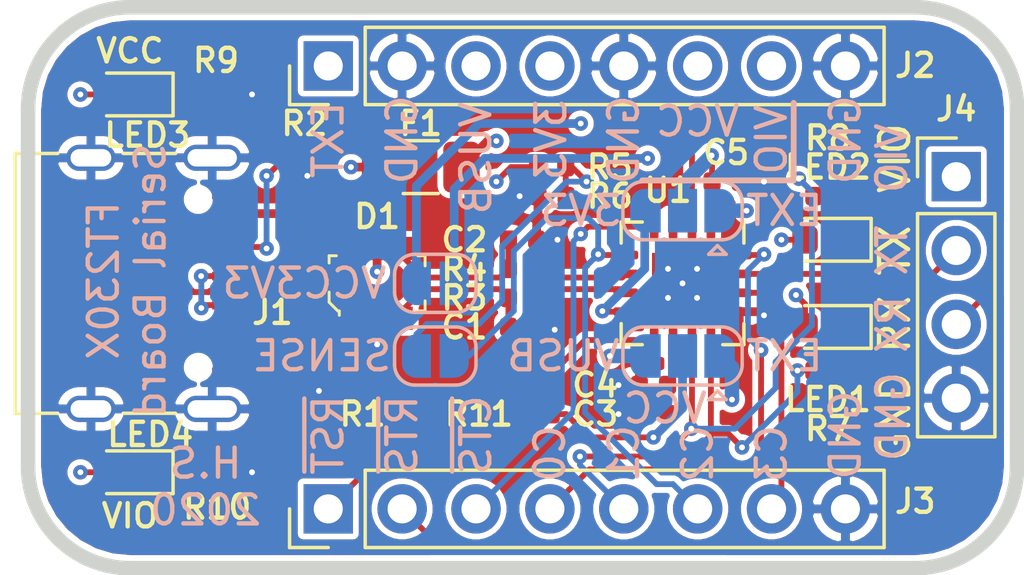
<source format=kicad_pcb>
(kicad_pcb (version 20171130) (host pcbnew "(5.1.6-0-10_14)")
  (layers (0 F.Cu signal) (1 In1.Cu signal) (2 In2.Cu signal) (31 B.Cu signal) (34 B.Paste user) (35 F.Paste user) (36 B.SilkS user) (37 F.SilkS user) (38 B.Mask user) (39 F.Mask user) (44 Edge.Cuts user))
  (net 0 "")
  (net 1 GND)
  (net 2 /UART_~RTS)
  (net 3 /UART_~CTS)
  (net 4 /USBDR_N)
  (net 5 /USBDR_P)
  (net 6 /UART_TX)
  (net 7 /UART_RX)
  (net 8 /USB_D_P)
  (net 9 /USB_D_RAW_P)
  (net 10 /USB_D_RAW_N)
  (net 11 /USB_D_N)
  (net 12 /CC2)
  (net 13 /CC1)
  (net 14 /CBUS2)
  (net 15 /CBUS1)
  (net 16 /CBUS0)
  (net 17 /CBUS3)
  (net 18 /PPIO)
  (net 19 /PPVCC)
  (net 20 /PP3V3OUT)
  (net 21 /PPEXT)
  (net 22 /RESET_N)
  (net 23 "Net-(LED1-Pad1)")
  (net 24 "Net-(LED2-Pad1)")
  (net 25 /PP_VUSB_RAW)
  (net 26 /PP_VUSB)
  (net 27 /VUSB_SENSE)
  (net 28 "Net-(LED3-Pad1)")
  (net 29 "Net-(LED4-Pad1)")
  (module Resistor_SMD:R_0402_1005Metric (layer F.Cu) (at 154.5 108.5 180)
    (fp_text reference R11 (at 2 0) (layer F.SilkS) (effects (font (size 0.8 0.8))))
    (fp_text value nc)
    (pad 2 smd roundrect (at 0.485 0 180) (size 0.59 0.64) (layers F.Cu F.Paste F.Mask) (net 22 /RESET_N))
    (pad 1 smd roundrect (at -0.485 0 180) (size 0.59 0.64) (layers F.Cu F.Paste F.Mask) (net 19 /PPVCC))
  )
  (module Resistor_SMD:R_0402_1005Metric (layer F.Cu) (at 143.5 110.5)
    (fp_text reference R10 (at 0 1.2) (layer F.SilkS) (effects (font (size 0.8 0.8))))
    (fp_text value 270)
    (pad 2 smd roundrect (at 0.485 0) (size 0.59 0.64) (layers F.Cu F.Paste F.Mask) (net 1 GND))
    (pad 1 smd roundrect (at -0.485 0) (size 0.59 0.64) (layers F.Cu F.Paste F.Mask) (net 29 "Net-(LED4-Pad1)"))
  )
  (module LED_SMD:LED_0603_1608Metric (layer F.Cu) (at 140.5 110.5 180)
    (fp_text reference LED4 (at -0.7 1.3 180) (layer F.SilkS) (effects (font (size 0.8 0.8))))
    (fp_text value Green)
    (pad 2 smd roundrect (at 0.7875 0 180) (size 0.875 0.95) (layers F.Cu F.Paste F.Mask) (net 18 /PPIO))
    (pad 1 smd roundrect (at -0.7875 0 180) (size 0.875 0.95) (layers F.Cu F.Paste F.Mask) (net 29 "Net-(LED4-Pad1)"))
  )
  (module Resistor_SMD:R_0402_1005Metric (layer F.Cu) (at 143.46 97.5)
    (fp_text reference R9 (at 0 -1.17) (layer F.SilkS) (effects (font (size 0.8 0.8))))
    (fp_text value 270)
    (pad 2 smd roundrect (at 0.485 0) (size 0.59 0.64) (layers F.Cu F.Paste F.Mask) (net 1 GND))
    (pad 1 smd roundrect (at -0.485 0) (size 0.59 0.64) (layers F.Cu F.Paste F.Mask) (net 28 "Net-(LED3-Pad1)"))
  )
  (module LED_SMD:LED_0603_1608Metric (layer F.Cu) (at 140.5 97.5 180)
    (fp_text reference LED3 (at -0.6 -1.4) (layer F.SilkS) (effects (font (size 0.8 0.8))))
    (fp_text value Green)
    (pad 2 smd roundrect (at 0.7875 0 180) (size 0.875 0.95) (layers F.Cu F.Paste F.Mask) (net 19 /PPVCC))
    (pad 1 smd roundrect (at -0.7875 0 180) (size 0.875 0.95) (layers F.Cu F.Paste F.Mask) (net 28 "Net-(LED3-Pad1)"))
  )
  (module Jumper:SolderJumper-2_P1.3mm_Open_RoundedPad1.0x1.5mm (layer B.Cu) (at 151 104 180)
    (fp_text reference JP4 hide)
    (fp_text value Jumper_2_Open)
    (pad 2 smd custom (at 0.65 0 180) (size 1 0.5) (layers B.Cu B.Mask) (net 20 /PP3V3OUT) (options (clearance outline) (anchor rect)) (primitives (gr_circle (center 0 -0.25) (end 0.5 -0.25) (width 0)) (gr_circle (center 0 0.25) (end 0.5 0.25) (width 0)) (gr_poly (pts (xy 0 0.75) (xy -0.5 0.75) (xy -0.5 -0.75) (xy 0 -0.75)) (width 0))))
    (pad 1 smd custom (at -0.65 0 180) (size 1 0.5) (layers B.Cu B.Mask) (net 19 /PPVCC) (options (clearance outline) (anchor rect)) (primitives (gr_circle (center 0 -0.25) (end 0.5 -0.25) (width 0)) (gr_circle (center 0 0.25) (end 0.5 0.25) (width 0)) (gr_poly (pts (xy 0 0.75) (xy 0.5 0.75) (xy 0.5 -0.75) (xy 0 -0.75)) (width 0))))
  )
  (module Fuse:Fuse_1206_3216Metric (layer F.Cu) (at 150.5 100 180)
    (fp_text reference F1 (at 0 1.5) (layer F.SilkS) (effects (font (size 0.8 0.8))))
    (fp_text value 0ZCJ0100FF2E)
    (pad 2 smd roundrect (at 1.4 0 180) (size 1.25 1.75) (layers F.Cu F.Paste F.Mask) (roundrect_rratio 0.2) (net 25 /PP_VUSB_RAW))
    (pad 1 smd roundrect (at -1.4 0 180) (size 1.25 1.75) (layers F.Cu F.Paste F.Mask) (roundrect_rratio 0.2) (net 26 /PP_VUSB))
  )
  (module Jumper:SolderJumper-3_P1.3mm_Open_RoundedPad1.0x1.5mm (layer B.Cu) (at 159.5 101.5 180)
    (fp_text reference JP3 hide)
    (fp_text value Jumper_3_Open)
    (pad 2 smd rect (at 0 0 180) (size 1 1.5) (layers B.Cu B.Mask) (net 18 /PPIO))
    (pad 3 smd custom (at 1.3 0 180) (size 1 0.5) (layers B.Cu B.Mask) (net 20 /PP3V3OUT) (options (clearance outline) (anchor rect)) (primitives (gr_circle (center 0 -0.25) (end 0.5 -0.25) (width 0)) (gr_circle (center 0 0.25) (end 0.5 0.25) (width 0)) (gr_poly (pts (xy -0.55 0.75) (xy 0 0.75) (xy 0 -0.75) (xy -0.55 -0.75)) (width 0))))
    (pad 1 smd custom (at -1.3 0 180) (size 1 0.5) (layers B.Cu B.Mask) (net 21 /PPEXT) (options (clearance outline) (anchor rect)) (primitives (gr_circle (center 0 -0.25) (end 0.5 -0.25) (width 0)) (gr_circle (center 0 0.25) (end 0.5 0.25) (width 0)) (gr_poly (pts (xy 0.55 0.75) (xy 0 0.75) (xy 0 -0.75) (xy 0.55 -0.75)) (width 0))))
  )
  (module Capacitor_SMD:C_0402_1005Metric (layer F.Cu) (at 158.5 107.5)
    (fp_text reference C4 (at -2 0) (layer F.SilkS) (effects (font (size 0.8 0.8))))
    (fp_text value 100n)
    (pad 2 smd roundrect (at 0.485 0) (size 0.59 0.64) (layers F.Cu F.Paste F.Mask) (net 19 /PPVCC))
    (pad 1 smd roundrect (at -0.485 0) (size 0.59 0.64) (layers F.Cu F.Paste F.Mask) (net 1 GND))
  )
  (module Capacitor_SMD:C_0402_1005Metric (layer F.Cu) (at 154 105.5 180)
    (fp_text reference C1 (at 2 0) (layer F.SilkS) (effects (font (size 0.8 0.8))))
    (fp_text value 47pF)
    (pad 2 smd roundrect (at 0.485 0 180) (size 0.59 0.64) (layers F.Cu F.Paste F.Mask) (net 11 /USB_D_N))
    (pad 1 smd roundrect (at -0.485 0 180) (size 0.59 0.64) (layers F.Cu F.Paste F.Mask) (net 1 GND))
  )
  (module Capacitor_SMD:C_0402_1005Metric (layer F.Cu) (at 158.5 108.5 180)
    (fp_text reference C3 (at 2 0) (layer F.SilkS) (effects (font (size 0.8 0.8))))
    (fp_text value 4u7)
    (pad 2 smd roundrect (at 0.485 0 180) (size 0.59 0.64) (layers F.Cu F.Paste F.Mask) (net 1 GND))
    (pad 1 smd roundrect (at -0.485 0 180) (size 0.59 0.64) (layers F.Cu F.Paste F.Mask) (net 19 /PPVCC))
  )
  (module Capacitor_SMD:C_0402_1005Metric (layer F.Cu) (at 154 102.5 180)
    (fp_text reference C2 (at 2 0) (layer F.SilkS) (effects (font (size 0.8 0.8))))
    (fp_text value 47pF)
    (pad 2 smd roundrect (at 0.485 0 180) (size 0.59 0.64) (layers F.Cu F.Paste F.Mask) (net 8 /USB_D_P))
    (pad 1 smd roundrect (at -0.485 0 180) (size 0.59 0.64) (layers F.Cu F.Paste F.Mask) (net 1 GND))
  )
  (module LED_SMD:LED_0603_1608Metric (layer F.Cu) (at 164.5 105.5 180)
    (fp_text reference LED1 (at 0 -2.5 180) (layer F.SilkS) (effects (font (size 0.8 0.8))))
    (fp_text value Red)
    (pad 2 smd roundrect (at 0.7875 0 180) (size 0.875 0.95) (layers F.Cu F.Paste F.Mask) (net 18 /PPIO))
    (pad 1 smd roundrect (at -0.7875 0 180) (size 0.875 0.95) (layers F.Cu F.Paste F.Mask) (net 23 "Net-(LED1-Pad1)"))
  )
  (module LED_SMD:LED_0603_1608Metric (layer F.Cu) (at 164.5 102.5 180)
    (fp_text reference LED2 (at 0 2.5 180) (layer F.SilkS) (effects (font (size 0.8 0.8))))
    (fp_text value Green)
    (pad 2 smd roundrect (at 0.7875 0 180) (size 0.875 0.95) (layers F.Cu F.Paste F.Mask) (net 18 /PPIO))
    (pad 1 smd roundrect (at -0.7875 0 180) (size 0.875 0.95) (layers F.Cu F.Paste F.Mask) (net 24 "Net-(LED2-Pad1)"))
  )
  (module Resistor_SMD:R_0402_1005Metric (layer F.Cu) (at 164.5 107 180)
    (fp_text reference R7 (at 0 -2) (layer F.SilkS) (effects (font (size 0.8 0.8))))
    (fp_text value 270)
    (pad 2 smd roundrect (at 0.485 0 180) (size 0.59 0.64) (layers F.Cu F.Paste F.Mask) (net 16 /CBUS0))
    (pad 1 smd roundrect (at -0.485 0 180) (size 0.59 0.64) (layers F.Cu F.Paste F.Mask) (net 23 "Net-(LED1-Pad1)"))
  )
  (module Resistor_SMD:R_0402_1005Metric (layer F.Cu) (at 164.5 101 180)
    (fp_text reference R8 (at 0 2) (layer F.SilkS) (effects (font (size 0.8 0.8))))
    (fp_text value 270)
    (pad 2 smd roundrect (at 0.485 0 180) (size 0.59 0.64) (layers F.Cu F.Paste F.Mask) (net 15 /CBUS1))
    (pad 1 smd roundrect (at -0.485 0 180) (size 0.59 0.64) (layers F.Cu F.Paste F.Mask) (net 24 "Net-(LED2-Pad1)"))
  )
  (module Resistor_SMD:R_0402_1005Metric (layer F.Cu) (at 155 100)
    (fp_text reference R5 (at 2 0) (layer F.SilkS) (effects (font (size 0.8 0.8))))
    (fp_text value 4k7)
    (pad 2 smd roundrect (at 0.485 0) (size 0.59 0.64) (layers F.Cu F.Paste F.Mask) (net 27 /VUSB_SENSE))
    (pad 1 smd roundrect (at -0.485 0) (size 0.59 0.64) (layers F.Cu F.Paste F.Mask) (net 26 /PP_VUSB))
  )
  (module Resistor_SMD:R_0402_1005Metric (layer F.Cu) (at 155.015 101 180)
    (fp_text reference R6 (at -1.985 0) (layer F.SilkS) (effects (font (size 0.8 0.8))))
    (fp_text value 10k)
    (pad 2 smd roundrect (at 0.485 0 180) (size 0.59 0.64) (layers F.Cu F.Paste F.Mask) (net 1 GND))
    (pad 1 smd roundrect (at -0.485 0 180) (size 0.59 0.64) (layers F.Cu F.Paste F.Mask) (net 27 /VUSB_SENSE))
  )
  (module Resistor_SMD:R_0402_1005Metric (layer F.Cu) (at 154 104.5)
    (fp_text reference R3 (at -2 0) (layer F.SilkS) (effects (font (size 0.8 0.8))))
    (fp_text value 27)
    (pad 2 smd roundrect (at 0.485 0) (size 0.59 0.64) (layers F.Cu F.Paste F.Mask) (net 4 /USBDR_N))
    (pad 1 smd roundrect (at -0.485 0) (size 0.59 0.64) (layers F.Cu F.Paste F.Mask) (net 11 /USB_D_N))
  )
  (module Resistor_SMD:R_0402_1005Metric (layer F.Cu) (at 154 103.5)
    (fp_text reference R4 (at -2 0) (layer F.SilkS) (effects (font (size 0.8 0.8))))
    (fp_text value 27)
    (pad 2 smd roundrect (at 0.485 0) (size 0.59 0.64) (layers F.Cu F.Paste F.Mask) (net 5 /USBDR_P))
    (pad 1 smd roundrect (at -0.485 0) (size 0.59 0.64) (layers F.Cu F.Paste F.Mask) (net 8 /USB_D_P))
  )
  (module Jumper:SolderJumper-2_P1.3mm_Open_RoundedPad1.0x1.5mm (layer B.Cu) (at 151 106.5)
    (fp_text reference JP2 hide)
    (fp_text value Jumper_2_Open)
    (pad 2 smd custom (at 0.65 0) (size 1 0.5) (layers B.Cu B.Mask) (net 14 /CBUS2) (options (clearance outline) (anchor rect)) (primitives (gr_circle (center 0 -0.25) (end 0.5 -0.25) (width 0)) (gr_circle (center 0 0.25) (end 0.5 0.25) (width 0)) (gr_poly (pts (xy 0 0.75) (xy -0.5 0.75) (xy -0.5 -0.75) (xy 0 -0.75)) (width 0))))
    (pad 1 smd custom (at -0.65 0) (size 1 0.5) (layers B.Cu B.Mask) (net 27 /VUSB_SENSE) (options (clearance outline) (anchor rect)) (primitives (gr_circle (center 0 -0.25) (end 0.5 -0.25) (width 0)) (gr_circle (center 0 0.25) (end 0.5 0.25) (width 0)) (gr_poly (pts (xy 0 0.75) (xy 0.5 0.75) (xy 0.5 -0.75) (xy 0 -0.75)) (width 0))))
  )
  (module Jumper:SolderJumper-3_P1.3mm_Open_RoundedPad1.0x1.5mm (layer B.Cu) (at 159.5 106.5 180)
    (fp_text reference JP1 hide)
    (fp_text value Jumper_3_Open)
    (pad 2 smd rect (at 0 0 180) (size 1 1.5) (layers B.Cu B.Mask) (net 19 /PPVCC))
    (pad 3 smd custom (at 1.3 0 180) (size 1 0.5) (layers B.Cu B.Mask) (net 26 /PP_VUSB) (options (clearance outline) (anchor rect)) (primitives (gr_circle (center 0 -0.25) (end 0.5 -0.25) (width 0)) (gr_circle (center 0 0.25) (end 0.5 0.25) (width 0)) (gr_poly (pts (xy -0.55 0.75) (xy 0 0.75) (xy 0 -0.75) (xy -0.55 -0.75)) (width 0))))
    (pad 1 smd custom (at -1.3 0 180) (size 1 0.5) (layers B.Cu B.Mask) (net 21 /PPEXT) (options (clearance outline) (anchor rect)) (primitives (gr_circle (center 0 -0.25) (end 0.5 -0.25) (width 0)) (gr_circle (center 0 0.25) (end 0.5 0.25) (width 0)) (gr_poly (pts (xy 0.55 0.75) (xy 0 0.75) (xy 0 -0.75) (xy 0.55 -0.75)) (width 0))))
  )
  (module Capacitor_SMD:C_0402_1005Metric (layer F.Cu) (at 161 100.5 180)
    (fp_text reference C5 (at 0 1) (layer F.SilkS) (effects (font (size 0.8 0.8))))
    (fp_text value 100n)
    (pad 2 smd roundrect (at 0.485 0 180) (size 0.59 0.64) (layers F.Cu F.Paste F.Mask) (net 18 /PPIO))
    (pad 1 smd roundrect (at -0.485 0 180) (size 0.59 0.64) (layers F.Cu F.Paste F.Mask) (net 1 GND))
  )
  (module Resistor_SMD:R_0402_1005Metric (layer F.Cu) (at 146.5 108.5)
    (fp_text reference R1 (at 2 0) (layer F.SilkS) (effects (font (size 0.8 0.8))))
    (fp_text value 5k1)
    (pad 2 smd roundrect (at 0.485 0) (size 0.59 0.64) (layers F.Cu F.Paste F.Mask) (net 1 GND))
    (pad 1 smd roundrect (at -0.485 0) (size 0.59 0.64) (layers F.Cu F.Paste F.Mask) (net 12 /CC2))
  )
  (module Resistor_SMD:R_0402_1005Metric (layer F.Cu) (at 146.5 99.5)
    (fp_text reference R2 (at 0 -1) (layer F.SilkS) (effects (font (size 0.8 0.8))))
    (fp_text value 5k1)
    (pad 2 smd roundrect (at 0.485 0) (size 0.59 0.64) (layers F.Cu F.Paste F.Mask) (net 1 GND))
    (pad 1 smd roundrect (at -0.485 0) (size 0.59 0.64) (layers F.Cu F.Paste F.Mask) (net 13 /CC1))
  )
  (module Connector_PinHeader_2.54mm:PinHeader_1x08_P2.54mm_Vertical (layer F.Cu) (at 147.32 111.76 90)
    (fp_text reference J3 (at 0.26 20.18 180) (layer F.SilkS) (effects (font (size 0.8 0.8))))
    (fp_text value Conn_01x08_Male)
    (pad 8 thru_hole oval (at 0 17.78 90) (size 1.7 1.7) (drill 1) (layers *.Cu *.Mask) (net 1 GND))
    (pad 7 thru_hole oval (at 0 15.24 90) (size 1.7 1.7) (drill 1) (layers *.Cu *.Mask) (net 17 /CBUS3))
    (pad 6 thru_hole oval (at 0 12.7 90) (size 1.7 1.7) (drill 1) (layers *.Cu *.Mask) (net 14 /CBUS2))
    (pad 5 thru_hole oval (at 0 10.16 90) (size 1.7 1.7) (drill 1) (layers *.Cu *.Mask) (net 15 /CBUS1))
    (pad 4 thru_hole oval (at 0 7.62 90) (size 1.7 1.7) (drill 1) (layers *.Cu *.Mask) (net 16 /CBUS0))
    (pad 3 thru_hole oval (at 0 5.08 90) (size 1.7 1.7) (drill 1) (layers *.Cu *.Mask) (net 3 /UART_~CTS))
    (pad 2 thru_hole oval (at 0 2.54 90) (size 1.7 1.7) (drill 1) (layers *.Cu *.Mask) (net 2 /UART_~RTS))
    (pad 1 thru_hole rect (at 0 0 90) (size 1.7 1.7) (drill 1) (layers *.Cu *.Mask) (net 22 /RESET_N))
  )
  (module Connector_PinHeader_2.54mm:PinHeader_1x08_P2.54mm_Vertical (layer F.Cu) (at 147.32 96.52 90)
    (fp_text reference J2 (at 0.02 20.18 180) (layer F.SilkS) (effects (font (size 0.8 0.8))))
    (fp_text value Conn_01x08_Male)
    (pad 8 thru_hole oval (at 0 17.78 90) (size 1.7 1.7) (drill 1) (layers *.Cu *.Mask) (net 1 GND))
    (pad 7 thru_hole oval (at 0 15.24 90) (size 1.7 1.7) (drill 1) (layers *.Cu *.Mask) (net 18 /PPIO))
    (pad 6 thru_hole oval (at 0 12.7 90) (size 1.7 1.7) (drill 1) (layers *.Cu *.Mask) (net 19 /PPVCC))
    (pad 5 thru_hole oval (at 0 10.16 90) (size 1.7 1.7) (drill 1) (layers *.Cu *.Mask) (net 1 GND))
    (pad 4 thru_hole oval (at 0 7.62 90) (size 1.7 1.7) (drill 1) (layers *.Cu *.Mask) (net 20 /PP3V3OUT))
    (pad 3 thru_hole oval (at 0 5.08 90) (size 1.7 1.7) (drill 1) (layers *.Cu *.Mask) (net 26 /PP_VUSB))
    (pad 2 thru_hole oval (at 0 2.54 90) (size 1.7 1.7) (drill 1) (layers *.Cu *.Mask) (net 1 GND))
    (pad 1 thru_hole rect (at 0 0 90) (size 1.7 1.7) (drill 1) (layers *.Cu *.Mask) (net 21 /PPEXT))
  )
  (module Connector_PinHeader_2.54mm:PinHeader_1x04_P2.54mm_Vertical (layer F.Cu) (at 168.91 100.33)
    (fp_text reference J4 (at 0 -2.33) (layer F.SilkS) (effects (font (size 0.8 0.8))))
    (fp_text value Conn_01x04_Male)
    (pad 4 thru_hole oval (at 0 7.62) (size 1.7 1.7) (drill 1) (layers *.Cu *.Mask) (net 1 GND))
    (pad 3 thru_hole oval (at 0 5.08) (size 1.7 1.7) (drill 1) (layers *.Cu *.Mask) (net 7 /UART_RX))
    (pad 2 thru_hole oval (at 0 2.54) (size 1.7 1.7) (drill 1) (layers *.Cu *.Mask) (net 6 /UART_TX))
    (pad 1 thru_hole rect (at 0 0) (size 1.7 1.7) (drill 1) (layers *.Cu *.Mask) (net 18 /PPIO))
  )
  (module Package_DFN_QFN:QFN-16-1EP_4x4mm_P0.65mm_EP2.1x2.1mm (layer F.Cu) (at 159.5 104 270)
    (fp_text reference U1 (at -3.2 0.5 180) (layer F.SilkS) (effects (font (size 0.8 0.8))))
    (fp_text value FT230XQ)
    (pad 17 smd rect (at 0 0 270) (size 2.1 2.1) (layers F.Cu F.Mask) (net 1 GND))
    (pad 16 smd roundrect (at -0.975 -1.95 270) (size 0.3 0.85) (layers F.Cu F.Paste F.Mask) (net 2 /UART_~RTS))
    (pad 15 smd roundrect (at -0.325 -1.95 270) (size 0.3 0.85) (layers F.Cu F.Paste F.Mask) (net 6 /UART_TX))
    (pad 14 smd roundrect (at 0.325 -1.95 270) (size 0.3 0.85) (layers F.Cu F.Paste F.Mask) (net 17 /CBUS3))
    (pad 13 smd roundrect (at 0.975 -1.95 270) (size 0.3 0.85) (layers F.Cu F.Paste F.Mask) (net 1 GND))
    (pad 12 smd roundrect (at 1.95 -0.975 270) (size 0.85 0.3) (layers F.Cu F.Paste F.Mask) (net 16 /CBUS0))
    (pad 11 smd roundrect (at 1.95 -0.325 270) (size 0.85 0.3) (layers F.Cu F.Paste F.Mask) (net 15 /CBUS1))
    (pad 10 smd roundrect (at 1.95 0.325 270) (size 0.85 0.3) (layers F.Cu F.Paste F.Mask) (net 19 /PPVCC))
    (pad 9 smd roundrect (at 1.95 0.975 270) (size 0.85 0.3) (layers F.Cu F.Paste F.Mask) (net 22 /RESET_N))
    (pad 8 smd roundrect (at 0.975 1.95 270) (size 0.3 0.85) (layers F.Cu F.Paste F.Mask) (net 20 /PP3V3OUT))
    (pad 7 smd roundrect (at 0.325 1.95 270) (size 0.3 0.85) (layers F.Cu F.Paste F.Mask) (net 4 /USBDR_N))
    (pad 6 smd roundrect (at -0.325 1.95 270) (size 0.3 0.85) (layers F.Cu F.Paste F.Mask) (net 5 /USBDR_P))
    (pad 5 smd roundrect (at -0.975 1.95 270) (size 0.3 0.85) (layers F.Cu F.Paste F.Mask) (net 14 /CBUS2))
    (pad 4 smd roundrect (at -1.95 0.975 270) (size 0.85 0.3) (layers F.Cu F.Paste F.Mask) (net 3 /UART_~CTS))
    (pad 3 smd roundrect (at -1.95 0.325 270) (size 0.85 0.3) (layers F.Cu F.Paste F.Mask) (net 1 GND))
    (pad 2 smd roundrect (at -1.95 -0.325 270) (size 0.85 0.3) (layers F.Cu F.Paste F.Mask) (net 7 /UART_RX))
    (pad 1 smd roundrect (at -1.95 -0.975 270) (size 0.85 0.3) (layers F.Cu F.Paste F.Mask) (net 18 /PPIO))
  )
  (module Connector_USB:USB_C_Receptacle_Palconn_UTC16-G (layer F.Cu) (at 141.4 104 270)
    (fp_text reference J1 (at 1 -4 180) (layer F.SilkS) (effects (font (size 0.8 0.8))))
    (fp_text value USB_C_Receptacle_USB2.0)
    (pad A12 smd rect (at 3.2 -2.51 270) (size 0.6 1.16) (layers F.Cu F.Paste F.Mask) (net 1 GND))
    (pad A9 smd rect (at 2.4 -2.51 270) (size 0.6 1.16) (layers F.Cu F.Paste F.Mask) (net 25 /PP_VUSB_RAW))
    (pad B1 smd rect (at 3.2 -2.51 270) (size 0.6 1.16) (layers F.Cu F.Paste F.Mask) (net 1 GND))
    (pad B4 smd rect (at 2.4 -2.51 270) (size 0.6 1.16) (layers F.Cu F.Paste F.Mask) (net 25 /PP_VUSB_RAW))
    (pad B12 smd rect (at -3.2 -2.51 270) (size 0.6 1.16) (layers F.Cu F.Paste F.Mask) (net 1 GND))
    (pad A1 smd rect (at -3.2 -2.51 270) (size 0.6 1.16) (layers F.Cu F.Paste F.Mask) (net 1 GND))
    (pad B9 smd rect (at -2.4 -2.51 270) (size 0.6 1.16) (layers F.Cu F.Paste F.Mask) (net 25 /PP_VUSB_RAW))
    (pad A4 smd rect (at -2.4 -2.51 270) (size 0.6 1.16) (layers F.Cu F.Paste F.Mask) (net 25 /PP_VUSB_RAW))
    (pad "" np_thru_hole circle (at -2.89 -1.45 90) (size 0.6 0.6) (drill 0.6) (layers *.Cu *.Mask))
    (pad "" np_thru_hole circle (at 2.89 -1.45 90) (size 0.6 0.6) (drill 0.6) (layers *.Cu *.Mask))
    (pad B5 smd rect (at 1.75 -2.51 90) (size 0.3 1.16) (layers F.Cu F.Paste F.Mask) (net 12 /CC2))
    (pad B6 smd rect (at 0.75 -2.51 90) (size 0.3 1.16) (layers F.Cu F.Paste F.Mask) (net 9 /USB_D_RAW_P))
    (pad A8 smd rect (at 1.25 -2.51 90) (size 0.3 1.16) (layers F.Cu F.Paste F.Mask))
    (pad A5 smd rect (at -1.25 -2.51 90) (size 0.3 1.16) (layers F.Cu F.Paste F.Mask) (net 13 /CC1))
    (pad B8 smd rect (at -1.75 -2.51 90) (size 0.3 1.16) (layers F.Cu F.Paste F.Mask))
    (pad A7 smd rect (at 0.25 -2.51 90) (size 0.3 1.16) (layers F.Cu F.Paste F.Mask) (net 10 /USB_D_RAW_N))
    (pad A6 smd rect (at -0.25 -2.51 90) (size 0.3 1.16) (layers F.Cu F.Paste F.Mask) (net 9 /USB_D_RAW_P))
    (pad B7 smd rect (at -0.75 -2.51 90) (size 0.3 1.16) (layers F.Cu F.Paste F.Mask) (net 10 /USB_D_RAW_N))
    (pad S1 thru_hole oval (at 4.32 2.24) (size 1.7 0.9) (drill oval 1.4 0.6) (layers *.Cu *.Mask) (net 1 GND))
    (pad S1 thru_hole oval (at -4.32 2.24) (size 1.7 0.9) (drill oval 1.4 0.6) (layers *.Cu *.Mask) (net 1 GND))
    (pad S1 thru_hole oval (at 4.32 -1.93) (size 2 0.9) (drill oval 1.7 0.6) (layers *.Cu *.Mask) (net 1 GND))
    (pad S1 thru_hole oval (at -4.32 -1.93) (size 2 0.9) (drill oval 1.7 0.6) (layers *.Cu *.Mask) (net 1 GND))
  )
  (module digikey-footprints:SC-74 (layer F.Cu) (at 149 104 90)
    (fp_text reference D1 (at 2.3 0 180) (layer F.SilkS) (effects (font (size 0.8 0.8))))
    (fp_text value IP4234CZ6)
    (pad 6 smd rect (at 1.2 -0.95 90) (size 0.8 0.55) (layers F.Cu F.Paste F.Mask) (net 9 /USB_D_RAW_P))
    (pad 5 smd rect (at 1.2 0 90) (size 0.8 0.55) (layers F.Cu F.Paste F.Mask) (net 25 /PP_VUSB_RAW))
    (pad 4 smd rect (at 1.2 0.95 90) (size 0.8 0.55) (layers F.Cu F.Paste F.Mask) (net 8 /USB_D_P))
    (pad 3 smd rect (at -1.2 0.95 90) (size 0.8 0.55) (layers F.Cu F.Paste F.Mask) (net 11 /USB_D_N))
    (pad 2 smd rect (at -1.2 0 90) (size 0.8 0.55) (layers F.Cu F.Paste F.Mask) (net 1 GND))
    (pad 1 smd rect (at -1.2 -0.95 90) (size 0.8 0.55) (layers F.Cu F.Paste F.Mask) (net 10 /USB_D_RAW_N))
  )
  (gr_text 3V3 (at 154.98 99.06 90) (layer B.SilkS) (effects (font (size 1 1)) (justify mirror)))
  (gr_text "FT230X\nSerial Board" (at 140.4 103.9 90) (layer B.SilkS) (effects (font (size 1 1)) (justify mirror)))
  (gr_text "H.S\n2020" (at 143.1 111) (layer B.SilkS) (effects (font (size 1 1)) (justify mirror)))
  (gr_text VIO (at 140.5 112) (layer F.SilkS) (effects (font (size 0.8 0.8))))
  (gr_text VCC (at 140.5 96) (layer F.SilkS) (effects (font (size 0.8 0.8))))
  (gr_text VCC3V3 (at 146.5 104) (layer B.SilkS) (effects (font (size 1 1)) (justify mirror)))
  (gr_line (start 163.322 100.457) (end 163.322 97.79) (layer B.SilkS) (width 0.2))
  (gr_line (start 158.115 100.457) (end 163.322 100.457) (layer B.SilkS) (width 0.2))
  (gr_text VCC (at 160.02 98.425) (layer B.SilkS) (effects (font (size 1 1)) (justify mirror)))
  (gr_text VIO (at 162.56 99.06 90) (layer B.SilkS) (effects (font (size 1 1)) (justify mirror)))
  (gr_text VUSB (at 152.4 99.695 90) (layer B.SilkS) (effects (font (size 1 1)) (justify mirror)))
  (gr_text EXT (at 147.32 99.06 90) (layer B.SilkS) (effects (font (size 1 1)) (justify mirror)))
  (gr_text GND (at 149.86 99.06 90) (layer B.SilkS) (effects (font (size 1 1)) (justify mirror)))
  (gr_text GND (at 157.48 99.06 90) (layer B.SilkS) (effects (font (size 1 1)) (justify mirror)))
  (gr_text GND (at 165.1 99.06 90) (layer B.SilkS) (effects (font (size 1 1)) (justify mirror)))
  (gr_text ~RST (at 147.32 109.22 90) (layer B.SilkS) (effects (font (size 1 1)) (justify mirror)))
  (gr_text ~RTS (at 149.86 109.22 90) (layer B.SilkS) (effects (font (size 1 1)) (justify mirror)))
  (gr_text ~CTS (at 152.4 109.22 90) (layer B.SilkS) (effects (font (size 1 1)) (justify mirror)))
  (gr_text C0 (at 154.94 109.855 90) (layer B.SilkS) (effects (font (size 1 1)) (justify mirror)))
  (gr_text C1 (at 157.48 109.855 90) (layer B.SilkS) (effects (font (size 1 1)) (justify mirror)))
  (gr_text C2 (at 160.02 109.855 90) (layer B.SilkS) (effects (font (size 1 1)) (justify mirror)))
  (gr_text C3 (at 162.56 109.855 90) (layer B.SilkS) (effects (font (size 1 1)) (justify mirror)))
  (gr_text GND (at 165.1 109.22 90) (layer B.SilkS) (effects (font (size 1 1)) (justify mirror)))
  (gr_text SENSE (at 147.1 106.5) (layer B.SilkS) (effects (font (size 1 1)) (justify mirror)))
  (gr_text 3V3 (at 156 101.5) (layer B.SilkS) (effects (font (size 1 1)) (justify mirror)))
  (gr_text EXT (at 163 101.5) (layer B.SilkS) (effects (font (size 1 1)) (justify mirror)))
  (gr_text VUSB (at 155.4 106.5) (layer B.SilkS) (effects (font (size 1 1)) (justify mirror)))
  (gr_text EXT (at 163 106.5) (layer B.SilkS) (effects (font (size 1 1)) (justify mirror)))
  (gr_text VCC (at 158.9 108.3) (layer B.SilkS) (effects (font (size 1 1)) (justify mirror)))
  (gr_text RX (at 166.7 105.41 90) (layer B.SilkS) (effects (font (size 1 1)) (justify mirror)))
  (gr_text VIO (at 166.7 99.695 90) (layer B.SilkS) (effects (font (size 1 1)) (justify mirror)))
  (gr_text GND (at 166.7 108.585 90) (layer B.SilkS) (effects (font (size 1 1)) (justify mirror)))
  (gr_text TX (at 166.7 102.87 90) (layer B.SilkS) (effects (font (size 1 1)) (justify mirror)))
  (gr_text GND (at 166.8 108.585 90) (layer F.SilkS) (effects (font (size 1 1))))
  (gr_text VIO (at 166.8 99.695 90) (layer F.SilkS) (effects (font (size 1 1))))
  (gr_text TX (at 166.8 102.87 90) (layer F.SilkS) (effects (font (size 1 1))))
  (gr_text RX (at 166.8 105.41 90) (layer F.SilkS) (effects (font (size 1 1))))
  (gr_arc (start 167.5 98) (end 171 98) (angle -90) (layer Edge.Cuts) (width 0.5))
  (gr_arc (start 140.5 98) (end 140.5 94.5) (angle -90) (layer Edge.Cuts) (width 0.5))
  (gr_arc (start 140.5 110.3) (end 137 110.3) (angle -90) (layer Edge.Cuts) (width 0.5))
  (gr_arc (start 167.5 110.3) (end 167.5 113.8) (angle -90) (layer Edge.Cuts) (width 0.5))
  (gr_line (start 137 98) (end 137 110.3) (layer Edge.Cuts) (width 0.5))
  (gr_line (start 167.5 94.5) (end 140.5 94.5) (layer Edge.Cuts) (width 0.5))
  (gr_line (start 171 110.3) (end 171 98) (layer Edge.Cuts) (width 0.5))
  (gr_line (start 140.5 113.8) (end 167.5 113.8) (layer Edge.Cuts) (width 0.5))
  (via (at 159 104.5) (size 0.5) (drill 0.2) (layers F.Cu B.Cu) (net 1))
  (via (at 160 104.5) (size 0.5) (drill 0.2) (layers F.Cu B.Cu) (net 1))
  (via (at 160 103.5) (size 0.5) (drill 0.2) (layers F.Cu B.Cu) (net 1))
  (via (at 159 103.5) (size 0.5) (drill 0.2) (layers F.Cu B.Cu) (net 1))
  (via (at 159.5 104) (size 0.5) (drill 0.2) (layers F.Cu B.Cu) (net 1))
  (via (at 157.3 107.5) (size 0.5) (drill 0.2) (layers F.Cu B.Cu) (net 1))
  (segment (start 158.015 107.5) (end 157.3 107.5) (width 0.2) (layer F.Cu) (net 1))
  (via (at 157.3 108.5) (size 0.5) (drill 0.2) (layers F.Cu B.Cu) (net 1))
  (segment (start 158.015 108.5) (end 157.3 108.5) (width 0.2) (layer F.Cu) (net 1))
  (via (at 162.3 105.1) (size 0.5) (drill 0.2) (layers F.Cu B.Cu) (net 1))
  (segment (start 162.175 104.975) (end 162.3 105.1) (width 0.2) (layer F.Cu) (net 1))
  (segment (start 161.45 104.975) (end 162.175 104.975) (width 0.2) (layer F.Cu) (net 1))
  (via (at 162.3 100.5) (size 0.5) (drill 0.2) (layers F.Cu B.Cu) (net 1))
  (segment (start 161.485 100.5) (end 162.3 100.5) (width 0.2) (layer F.Cu) (net 1))
  (segment (start 146.985 108.5) (end 146.985 107.715) (width 0.2) (layer F.Cu) (net 1))
  (segment (start 146.985 107.715) (end 147 107.7) (width 0.2) (layer F.Cu) (net 1))
  (via (at 147 107.7) (size 0.5) (drill 0.2) (layers F.Cu B.Cu) (net 1))
  (via (at 149 106.1) (size 0.5) (drill 0.2) (layers F.Cu B.Cu) (net 1))
  (segment (start 149 105.2) (end 149 106.1) (width 0.5) (layer F.Cu) (net 1))
  (via (at 146.6 100.3) (size 0.5) (drill 0.2) (layers F.Cu B.Cu) (net 1))
  (segment (start 146.985 99.5) (end 146.985 99.915) (width 0.2) (layer F.Cu) (net 1))
  (segment (start 146.985 99.915) (end 146.6 100.3) (width 0.2) (layer F.Cu) (net 1))
  (via (at 155.105018 105.594982) (size 0.5) (drill 0.2) (layers F.Cu B.Cu) (net 1))
  (segment (start 154.485 105.5) (end 155.010036 105.5) (width 0.2) (layer F.Cu) (net 1))
  (segment (start 155.010036 105.5) (end 155.105018 105.594982) (width 0.2) (layer F.Cu) (net 1))
  (segment (start 154.485 102.5) (end 155.199989 102.5) (width 0.2) (layer F.Cu) (net 1))
  (via (at 155.199989 102.5) (size 0.5) (drill 0.2) (layers F.Cu B.Cu) (net 1))
  (segment (start 159.175 103.325) (end 159 103.5) (width 0.2) (layer F.Cu) (net 1))
  (segment (start 159.175 102.05) (end 159.175 103.325) (width 0.2) (layer F.Cu) (net 1))
  (segment (start 154.53 101) (end 153.9 101) (width 0.2) (layer F.Cu) (net 1))
  (via (at 153.9 101) (size 0.5) (drill 0.2) (layers F.Cu B.Cu) (net 1))
  (via (at 144.7 97.5) (size 0.5) (drill 0.2) (layers F.Cu B.Cu) (net 1))
  (segment (start 143.945 97.5) (end 144.7 97.5) (width 0.2) (layer F.Cu) (net 1))
  (via (at 144.7 110.5) (size 0.5) (drill 0.2) (layers F.Cu B.Cu) (net 1))
  (segment (start 143.985 110.5) (end 144.7 110.5) (width 0.2) (layer F.Cu) (net 1))
  (via (at 162.3 103) (size 0.5) (drill 0.2) (layers F.Cu B.Cu) (net 2))
  (segment (start 162.275 103.025) (end 162.3 103) (width 0.2) (layer F.Cu) (net 2))
  (segment (start 161.45 103.025) (end 162.275 103.025) (width 0.2) (layer F.Cu) (net 2))
  (via (at 162.2 106.3) (size 0.5) (drill 0.2) (layers F.Cu B.Cu) (net 2))
  (segment (start 162.3 103) (end 161.749999 103.550001) (width 0.2) (layer B.Cu) (net 2))
  (segment (start 161.749999 103.550001) (end 161.749999 105.849999) (width 0.2) (layer B.Cu) (net 2))
  (segment (start 161.749999 105.849999) (end 162.2 106.3) (width 0.2) (layer B.Cu) (net 2))
  (segment (start 162.2 110.1) (end 162.2 106.3) (width 0.2) (layer F.Cu) (net 2))
  (segment (start 149.86 111.76) (end 151.3 113.2) (width 0.2) (layer F.Cu) (net 2))
  (segment (start 161.3 111) (end 162.2 110.1) (width 0.2) (layer F.Cu) (net 2))
  (segment (start 161.3 112.4) (end 161.3 111) (width 0.2) (layer F.Cu) (net 2))
  (segment (start 160.5 113.2) (end 161.3 112.4) (width 0.2) (layer F.Cu) (net 2))
  (segment (start 151.3 113.2) (end 160.5 113.2) (width 0.2) (layer F.Cu) (net 2))
  (via (at 156 102.3) (size 0.5) (drill 0.2) (layers F.Cu B.Cu) (net 3))
  (segment (start 156.25 102.05) (end 156 102.3) (width 0.2) (layer F.Cu) (net 3))
  (segment (start 158.525 102.05) (end 156.25 102.05) (width 0.2) (layer F.Cu) (net 3))
  (segment (start 155.74999 102.55001) (end 155.74999 108.41001) (width 0.2) (layer B.Cu) (net 3))
  (segment (start 156 102.3) (end 155.74999 102.55001) (width 0.2) (layer B.Cu) (net 3))
  (segment (start 155.74999 108.41001) (end 152.4 111.76) (width 0.2) (layer B.Cu) (net 3))
  (segment (start 154.485 104.5) (end 154.785 104.2) (width 0.2) (layer F.Cu) (net 4))
  (segment (start 157.425 104.2) (end 157.55 104.325) (width 0.2) (layer F.Cu) (net 4))
  (segment (start 154.785 104.2) (end 157.425 104.2) (width 0.2) (layer F.Cu) (net 4))
  (segment (start 157.425 103.8) (end 157.55 103.675) (width 0.2) (layer F.Cu) (net 5))
  (segment (start 154.785 103.8) (end 157.425 103.8) (width 0.2) (layer F.Cu) (net 5))
  (segment (start 154.485 103.5) (end 154.785 103.8) (width 0.2) (layer F.Cu) (net 5))
  (segment (start 168.105 103.675) (end 168.91 102.87) (width 0.2) (layer F.Cu) (net 6))
  (segment (start 161.45 103.675) (end 168.105 103.675) (width 0.2) (layer F.Cu) (net 6))
  (segment (start 170.2 102.2) (end 170.2 104.12) (width 0.2) (layer F.Cu) (net 7))
  (segment (start 169.6 101.6) (end 170.2 102.2) (width 0.2) (layer F.Cu) (net 7))
  (segment (start 167.6 101.6) (end 169.6 101.6) (width 0.2) (layer F.Cu) (net 7))
  (segment (start 164.9 98.9) (end 167.6 101.6) (width 0.2) (layer F.Cu) (net 7))
  (segment (start 160.4 98.9) (end 164.9 98.9) (width 0.2) (layer F.Cu) (net 7))
  (segment (start 159.825 99.475) (end 160.4 98.9) (width 0.2) (layer F.Cu) (net 7))
  (segment (start 170.2 104.12) (end 168.91 105.41) (width 0.2) (layer F.Cu) (net 7))
  (segment (start 159.825 102.05) (end 159.825 99.475) (width 0.2) (layer F.Cu) (net 7))
  (segment (start 153.515 102.5) (end 153.515 103.5) (width 0.2) (layer F.Cu) (net 8))
  (segment (start 153.215 103.8) (end 153.515 103.5) (width 0.2) (layer F.Cu) (net 8))
  (segment (start 150.6 103.8) (end 153.215 103.8) (width 0.2) (layer F.Cu) (net 8))
  (segment (start 149.95 103.15) (end 150.6 103.8) (width 0.2) (layer F.Cu) (net 8))
  (segment (start 149.95 102.8) (end 149.95 103.15) (width 0.2) (layer F.Cu) (net 8))
  (via (at 142.950003 103.749997) (size 0.5) (drill 0.2) (layers F.Cu B.Cu) (net 9))
  (segment (start 143.91 103.75) (end 142.950006 103.75) (width 0.2) (layer F.Cu) (net 9))
  (segment (start 142.950006 103.75) (end 142.950003 103.749997) (width 0.2) (layer F.Cu) (net 9))
  (via (at 142.955835 104.849998) (size 0.5) (drill 0.2) (layers F.Cu B.Cu) (net 9))
  (segment (start 143.055833 104.75) (end 142.955835 104.849998) (width 0.2) (layer F.Cu) (net 9))
  (segment (start 143.91 104.75) (end 143.055833 104.75) (width 0.2) (layer F.Cu) (net 9))
  (segment (start 142.955835 103.755829) (end 142.950003 103.749997) (width 0.2) (layer B.Cu) (net 9))
  (segment (start 142.955835 104.849998) (end 142.955835 103.755829) (width 0.2) (layer B.Cu) (net 9))
  (segment (start 147.5 103.8) (end 148.05 103.25) (width 0.2) (layer F.Cu) (net 9))
  (segment (start 148.05 103.25) (end 148.05 102.8) (width 0.2) (layer F.Cu) (net 9))
  (segment (start 143.96 103.8) (end 147.5 103.8) (width 0.2) (layer F.Cu) (net 9))
  (segment (start 143.91 103.75) (end 143.96 103.8) (width 0.2) (layer F.Cu) (net 9))
  (segment (start 143.860001 103.200001) (end 143.91 103.25) (width 0.2) (layer F.Cu) (net 10))
  (segment (start 143.089994 103.199996) (end 143.089999 103.200001) (width 0.2) (layer F.Cu) (net 10))
  (segment (start 142.686002 103.199996) (end 143.089994 103.199996) (width 0.2) (layer F.Cu) (net 10))
  (segment (start 142.400002 103.485996) (end 142.686002 103.199996) (width 0.2) (layer F.Cu) (net 10))
  (segment (start 142.400002 104.013998) (end 142.400002 103.485996) (width 0.2) (layer F.Cu) (net 10))
  (segment (start 142.686002 104.299998) (end 142.400002 104.013998) (width 0.2) (layer F.Cu) (net 10))
  (segment (start 143.264002 104.25) (end 143.214004 104.299998) (width 0.2) (layer F.Cu) (net 10))
  (segment (start 143.089999 103.200001) (end 143.860001 103.200001) (width 0.2) (layer F.Cu) (net 10))
  (segment (start 143.214004 104.299998) (end 142.686002 104.299998) (width 0.2) (layer F.Cu) (net 10))
  (segment (start 143.91 104.25) (end 143.264002 104.25) (width 0.2) (layer F.Cu) (net 10))
  (segment (start 148.05 104.75) (end 148.05 105.2) (width 0.2) (layer F.Cu) (net 10))
  (segment (start 147.5 104.2) (end 148.05 104.75) (width 0.2) (layer F.Cu) (net 10))
  (segment (start 143.96 104.2) (end 147.5 104.2) (width 0.2) (layer F.Cu) (net 10))
  (segment (start 143.91 104.25) (end 143.96 104.2) (width 0.2) (layer F.Cu) (net 10))
  (segment (start 153.515 104.5) (end 153.515 105.5) (width 0.2) (layer F.Cu) (net 11))
  (segment (start 153.215 104.2) (end 153.515 104.5) (width 0.2) (layer F.Cu) (net 11))
  (segment (start 149.95 104.85) (end 150.6 104.2) (width 0.2) (layer F.Cu) (net 11))
  (segment (start 150.6 104.2) (end 153.215 104.2) (width 0.2) (layer F.Cu) (net 11))
  (segment (start 149.95 105.2) (end 149.95 104.85) (width 0.2) (layer F.Cu) (net 11))
  (segment (start 143.91 105.75) (end 144.95 105.75) (width 0.2) (layer F.Cu) (net 12))
  (segment (start 146.015 106.815) (end 146.015 108.5) (width 0.2) (layer F.Cu) (net 12))
  (segment (start 144.95 105.75) (end 146.015 106.815) (width 0.2) (layer F.Cu) (net 12))
  (via (at 145.2 102.8) (size 0.5) (drill 0.2) (layers F.Cu B.Cu) (net 13))
  (segment (start 145.15 102.75) (end 145.2 102.8) (width 0.2) (layer F.Cu) (net 13))
  (segment (start 143.91 102.75) (end 145.15 102.75) (width 0.2) (layer F.Cu) (net 13))
  (via (at 145.2 100.3) (size 0.5) (drill 0.2) (layers F.Cu B.Cu) (net 13))
  (segment (start 145.2 102.8) (end 145.2 100.3) (width 0.2) (layer B.Cu) (net 13))
  (segment (start 145.215 100.3) (end 146.015 99.5) (width 0.2) (layer F.Cu) (net 13))
  (segment (start 145.2 100.3) (end 145.215 100.3) (width 0.2) (layer F.Cu) (net 13))
  (segment (start 157.55 103.025) (end 156.625 103.025) (width 0.2) (layer F.Cu) (net 14))
  (segment (start 156.625 103.025) (end 156.6 103) (width 0.2) (layer F.Cu) (net 14))
  (via (at 156.6 103) (size 0.5) (drill 0.2) (layers F.Cu B.Cu) (net 14))
  (segment (start 156.6 103) (end 156.150001 103.449999) (width 0.2) (layer B.Cu) (net 14))
  (segment (start 156.150001 108.450001) (end 158.610001 110.910001) (width 0.2) (layer B.Cu) (net 14))
  (segment (start 156.150001 103.449999) (end 156.150001 108.450001) (width 0.2) (layer B.Cu) (net 14))
  (segment (start 158.610001 110.910001) (end 159.170001 110.910001) (width 0.2) (layer B.Cu) (net 14))
  (segment (start 159.170001 110.910001) (end 160.02 111.76) (width 0.2) (layer B.Cu) (net 14))
  (segment (start 156.6 102.1) (end 156.249999 101.749999) (width 0.2) (layer B.Cu) (net 14))
  (segment (start 156.6 103) (end 156.6 102.1) (width 0.2) (layer B.Cu) (net 14))
  (segment (start 156.249999 101.749999) (end 154.832851 101.749999) (width 0.2) (layer B.Cu) (net 14))
  (segment (start 152.15 106.5) (end 151.65 106.5) (width 0.2) (layer B.Cu) (net 14))
  (segment (start 154.832851 101.749999) (end 153.7 102.88285) (width 0.2) (layer B.Cu) (net 14))
  (segment (start 153.7 102.88285) (end 153.7 104.95) (width 0.2) (layer B.Cu) (net 14))
  (segment (start 153.7 104.95) (end 152.15 106.5) (width 0.2) (layer B.Cu) (net 14))
  (via (at 163.5 100.4) (size 0.5) (drill 0.2) (layers F.Cu B.Cu) (net 15))
  (segment (start 164.015 100.915) (end 163.5 100.4) (width 0.2) (layer F.Cu) (net 15))
  (segment (start 164.015 101) (end 164.015 100.915) (width 0.2) (layer F.Cu) (net 15))
  (segment (start 163.950001 100.850001) (end 163.950001 105.449999) (width 0.2) (layer B.Cu) (net 15))
  (segment (start 163.5 100.4) (end 163.950001 100.850001) (width 0.2) (layer B.Cu) (net 15))
  (segment (start 163.950001 105.449999) (end 162.7 106.7) (width 0.2) (layer B.Cu) (net 15))
  (segment (start 162.7 106.7) (end 162.7 107.5) (width 0.2) (layer B.Cu) (net 15))
  (segment (start 162.7 107.5) (end 162.7 107.6) (width 0.2) (layer B.Cu) (net 15))
  (via (at 159.8 109) (size 0.5) (drill 0.2) (layers F.Cu B.Cu) (net 15))
  (segment (start 161.3 109) (end 159.8 109) (width 0.2) (layer B.Cu) (net 15))
  (segment (start 162.7 107.6) (end 161.3 109) (width 0.2) (layer B.Cu) (net 15))
  (segment (start 159.825 108.975) (end 159.8 109) (width 0.2) (layer F.Cu) (net 15))
  (segment (start 159.825 105.95) (end 159.825 108.975) (width 0.2) (layer F.Cu) (net 15))
  (segment (start 155.972572 110.252572) (end 155.972572 109.95807) (width 0.2) (layer B.Cu) (net 15))
  (segment (start 158.84193 109.95807) (end 155.972572 109.95807) (width 0.2) (layer F.Cu) (net 15))
  (segment (start 157.48 111.76) (end 155.972572 110.252572) (width 0.2) (layer B.Cu) (net 15))
  (via (at 155.972572 109.95807) (size 0.5) (drill 0.2) (layers F.Cu B.Cu) (net 15))
  (segment (start 159.8 109) (end 158.84193 109.95807) (width 0.2) (layer F.Cu) (net 15))
  (via (at 163.45 107) (size 0.5) (drill 0.2) (layers F.Cu B.Cu) (net 16))
  (segment (start 164.015 107) (end 163.45 107) (width 0.2) (layer F.Cu) (net 16))
  (segment (start 160.475 105.95) (end 160.475 109.175) (width 0.2) (layer F.Cu) (net 16))
  (segment (start 163.45 107.739964) (end 161.544982 109.644982) (width 0.2) (layer B.Cu) (net 16))
  (via (at 161.544982 109.644982) (size 0.5) (drill 0.2) (layers F.Cu B.Cu) (net 16))
  (segment (start 160.475 109.175) (end 161.075 109.175) (width 0.2) (layer F.Cu) (net 16))
  (segment (start 161.075 109.175) (end 161.544982 109.644982) (width 0.2) (layer F.Cu) (net 16))
  (segment (start 163.45 107) (end 163.45 107.739964) (width 0.2) (layer B.Cu) (net 16))
  (segment (start 159.3 110.4) (end 156.3 110.4) (width 0.2) (layer F.Cu) (net 16))
  (segment (start 160.475 109.225) (end 159.3 110.4) (width 0.2) (layer F.Cu) (net 16))
  (segment (start 156.3 110.4) (end 154.94 111.76) (width 0.2) (layer F.Cu) (net 16))
  (segment (start 160.475 109.175) (end 160.475 109.225) (width 0.2) (layer F.Cu) (net 16))
  (segment (start 162.9 111.42) (end 162.56 111.76) (width 0.2) (layer F.Cu) (net 17))
  (segment (start 162.9 104.9) (end 162.9 111.42) (width 0.2) (layer F.Cu) (net 17))
  (segment (start 162.325 104.325) (end 162.9 104.9) (width 0.2) (layer F.Cu) (net 17))
  (segment (start 161.45 104.325) (end 162.325 104.325) (width 0.2) (layer F.Cu) (net 17))
  (segment (start 160.475 100.54) (end 160.515 100.5) (width 0.2) (layer F.Cu) (net 18))
  (segment (start 160.475 102.05) (end 160.475 100.54) (width 0.2) (layer F.Cu) (net 18))
  (via (at 160.5 99.6) (size 0.5) (drill 0.2) (layers F.Cu B.Cu) (net 18))
  (segment (start 159.5 100.6) (end 160.5 99.6) (width 0.5) (layer B.Cu) (net 18))
  (segment (start 159.5 101.5) (end 159.5 100.6) (width 0.5) (layer B.Cu) (net 18))
  (via (at 162.9 102.5) (size 0.5) (drill 0.2) (layers F.Cu B.Cu) (net 18))
  (segment (start 163.7125 102.5) (end 162.9 102.5) (width 0.2) (layer F.Cu) (net 18))
  (via (at 163.4 104.4) (size 0.5) (drill 0.2) (layers F.Cu B.Cu) (net 18))
  (segment (start 163.7125 104.7125) (end 163.4 104.4) (width 0.2) (layer F.Cu) (net 18))
  (segment (start 163.7125 105.5) (end 163.7125 104.7125) (width 0.2) (layer F.Cu) (net 18))
  (segment (start 160.515 99.615) (end 160.5 99.6) (width 0.2) (layer F.Cu) (net 18))
  (segment (start 160.515 100.5) (end 160.515 99.615) (width 0.2) (layer F.Cu) (net 18))
  (via (at 138.8 110.5) (size 0.5) (drill 0.2) (layers F.Cu B.Cu) (net 18))
  (segment (start 139.7125 110.5) (end 138.8 110.5) (width 0.2) (layer F.Cu) (net 18))
  (via (at 138.8 97.5) (size 0.5) (drill 0.2) (layers F.Cu B.Cu) (net 19))
  (segment (start 139.7125 97.5) (end 138.8 97.5) (width 0.2) (layer F.Cu) (net 19))
  (segment (start 159.175 107.31) (end 158.985 107.5) (width 0.2) (layer F.Cu) (net 19))
  (segment (start 159.175 105.95) (end 159.175 107.31) (width 0.2) (layer F.Cu) (net 19))
  (segment (start 158.985 107.5) (end 158.985 108.5) (width 0.2) (layer F.Cu) (net 19))
  (segment (start 158.985 108.5) (end 158.985 108.815) (width 0.2) (layer F.Cu) (net 19))
  (segment (start 159.5 108.3) (end 158.5 109.3) (width 0.3) (layer B.Cu) (net 19))
  (segment (start 158.985 108.815) (end 158.5 109.3) (width 0.2) (layer F.Cu) (net 19))
  (segment (start 159.5 106.5) (end 159.5 108.3) (width 0.3) (layer B.Cu) (net 19))
  (via (at 158.5 109.3) (size 0.5) (drill 0.2) (layers F.Cu B.Cu) (net 19))
  (segment (start 151.65 104) (end 151.65 100.75) (width 0.3) (layer B.Cu) (net 19))
  (segment (start 151.65 100.75) (end 152.7 99.7) (width 0.3) (layer B.Cu) (net 19))
  (via (at 158.3 99.7) (size 0.5) (drill 0.2) (layers F.Cu B.Cu) (net 19))
  (segment (start 152.7 99.7) (end 158.3 99.7) (width 0.3) (layer B.Cu) (net 19))
  (segment (start 156.3 109.3) (end 158.5 109.3) (width 0.2) (layer F.Cu) (net 19))
  (segment (start 155.5 108.5) (end 156.3 109.3) (width 0.2) (layer F.Cu) (net 19))
  (segment (start 154.985 108.5) (end 155.5 108.5) (width 0.2) (layer F.Cu) (net 19))
  (via (at 156.744982 104.955018) (size 0.5) (drill 0.2) (layers F.Cu B.Cu) (net 20))
  (segment (start 158.2 103.5) (end 156.744982 104.955018) (width 0.3) (layer B.Cu) (net 20))
  (segment (start 158.2 101.5) (end 158.2 103.5) (width 0.3) (layer B.Cu) (net 20))
  (segment (start 156.764964 104.975) (end 156.744982 104.955018) (width 0.2) (layer F.Cu) (net 20))
  (segment (start 157.55 104.975) (end 156.764964 104.975) (width 0.2) (layer F.Cu) (net 20))
  (segment (start 150.35 104) (end 150.35 100.65) (width 0.3) (layer B.Cu) (net 20))
  (via (at 156 98.5) (size 0.5) (drill 0.2) (layers F.Cu B.Cu) (net 20))
  (segment (start 152.5 98.5) (end 156 98.5) (width 0.3) (layer B.Cu) (net 20))
  (segment (start 150.35 100.65) (end 152.5 98.5) (width 0.3) (layer B.Cu) (net 20))
  (via (at 161.2 108) (size 0.5) (drill 0.2) (layers F.Cu B.Cu) (net 21))
  (segment (start 161.2 106.9) (end 160.8 106.5) (width 0.5) (layer B.Cu) (net 21))
  (segment (start 161.2 108) (end 161.2 106.9) (width 0.5) (layer B.Cu) (net 21))
  (segment (start 160.8 101.5) (end 161.7 101.5) (width 0.5) (layer B.Cu) (net 21))
  (via (at 161.7 101.5) (size 0.5) (drill 0.2) (layers F.Cu B.Cu) (net 21))
  (segment (start 150.58 108.5) (end 147.32 111.76) (width 0.2) (layer F.Cu) (net 22))
  (segment (start 154.015 108.5) (end 150.58 108.5) (width 0.2) (layer F.Cu) (net 22))
  (segment (start 156.15 105.95) (end 154.015 108.085) (width 0.2) (layer F.Cu) (net 22))
  (segment (start 154.015 108.085) (end 154.015 108.5) (width 0.2) (layer F.Cu) (net 22))
  (segment (start 158.525 105.95) (end 156.15 105.95) (width 0.2) (layer F.Cu) (net 22))
  (segment (start 164.985 105.8025) (end 165.2875 105.5) (width 0.2) (layer F.Cu) (net 23))
  (segment (start 164.985 107) (end 164.985 105.8025) (width 0.2) (layer F.Cu) (net 23))
  (segment (start 164.985 102.1975) (end 165.2875 102.5) (width 0.2) (layer F.Cu) (net 24))
  (segment (start 164.985 101) (end 164.985 102.1975) (width 0.2) (layer F.Cu) (net 24))
  (segment (start 149 102.264998) (end 149 102.8) (width 0.3) (layer F.Cu) (net 25))
  (segment (start 143.91 101.6) (end 148.335002 101.6) (width 0.3) (layer F.Cu) (net 25))
  (segment (start 148.335002 101.6) (end 149 102.264998) (width 0.3) (layer F.Cu) (net 25))
  (segment (start 143.322002 106.4) (end 143.91 106.4) (width 0.3) (layer F.Cu) (net 25))
  (segment (start 141.8 104.877998) (end 143.322002 106.4) (width 0.3) (layer F.Cu) (net 25))
  (segment (start 141.8 103.122002) (end 141.8 104.877998) (width 0.3) (layer F.Cu) (net 25))
  (segment (start 143.322002 101.6) (end 141.8 103.122002) (width 0.3) (layer F.Cu) (net 25))
  (segment (start 143.91 101.6) (end 143.322002 101.6) (width 0.3) (layer F.Cu) (net 25))
  (segment (start 149 100.1) (end 149.1 100) (width 0.3) (layer F.Cu) (net 25))
  (via (at 149 103.6) (size 0.5) (drill 0.2) (layers F.Cu B.Cu) (net 25))
  (segment (start 149 102.8) (end 149 103.6) (width 0.3) (layer F.Cu) (net 25))
  (via (at 148.1 100) (size 0.5) (drill 0.2) (layers F.Cu B.Cu) (net 25))
  (segment (start 148.1 100) (end 149.1 100) (width 0.3) (layer F.Cu) (net 25))
  (via (at 157 106.5) (size 0.5) (drill 0.2) (layers F.Cu B.Cu) (net 26))
  (segment (start 158.2 106.5) (end 157 106.5) (width 0.5) (layer B.Cu) (net 26))
  (via (at 153.1 100.5) (size 0.5) (drill 0.2) (layers F.Cu B.Cu) (net 26))
  (segment (start 153.6 100) (end 153.1 100.5) (width 0.2) (layer F.Cu) (net 26))
  (segment (start 154.515 100) (end 153.6 100) (width 0.2) (layer F.Cu) (net 26))
  (segment (start 152.8 99.1) (end 153.1 99.1) (width 0.3) (layer F.Cu) (net 26))
  (via (at 153.1 99.1) (size 0.5) (drill 0.2) (layers F.Cu B.Cu) (net 26))
  (segment (start 151.9 100) (end 152.8 99.1) (width 0.3) (layer F.Cu) (net 26))
  (segment (start 155.485 100.985) (end 155.5 101) (width 0.2) (layer F.Cu) (net 27))
  (segment (start 155.485 100) (end 155.485 100.985) (width 0.2) (layer F.Cu) (net 27))
  (segment (start 155.700004 100) (end 156.200004 100.5) (width 0.2) (layer F.Cu) (net 27))
  (via (at 156.200004 100.5) (size 0.5) (drill 0.2) (layers F.Cu B.Cu) (net 27))
  (segment (start 155.485 100) (end 155.700004 100) (width 0.2) (layer F.Cu) (net 27))
  (segment (start 150.35 105.752408) (end 150.35 106.5) (width 0.2) (layer B.Cu) (net 27))
  (segment (start 150.702408 105.4) (end 150.35 105.752408) (width 0.2) (layer B.Cu) (net 27))
  (segment (start 153.299989 104.600011) (end 152.5 105.4) (width 0.2) (layer B.Cu) (net 27))
  (segment (start 153.299989 102.717161) (end 153.299989 104.600011) (width 0.2) (layer B.Cu) (net 27))
  (segment (start 152.5 105.4) (end 150.702408 105.4) (width 0.2) (layer B.Cu) (net 27))
  (segment (start 155.51715 100.5) (end 153.299989 102.717161) (width 0.2) (layer B.Cu) (net 27))
  (segment (start 156.200004 100.5) (end 155.51715 100.5) (width 0.2) (layer B.Cu) (net 27))
  (segment (start 142.975 97.5) (end 141.2875 97.5) (width 0.2) (layer F.Cu) (net 28))
  (segment (start 143.015 110.5) (end 141.2875 110.5) (width 0.2) (layer F.Cu) (net 29))
  (zone (net 1) (net_name GND) (layer B.Cu) (connect_pads (clearance 0.2)) (min_thickness 0.2) (fill yes (arc_segments 32) (thermal_gap 0.3) (thermal_bridge_width 0.3))
    (polygon (pts (xy 171 114) (xy 137 114) (xy 137 94.5) (xy 171 94.5)))
  )
  (zone (net 1) (net_name GND) (layer F.Cu) (connect_pads (clearance 0.2)) (min_thickness 0.2) (fill yes (arc_segments 32) (thermal_gap 0.3) (thermal_bridge_width 0.3))
    (polygon (pts (xy 171 114) (xy 137 114) (xy 137 94.5) (xy 171 94.5)))
  )
)
</source>
